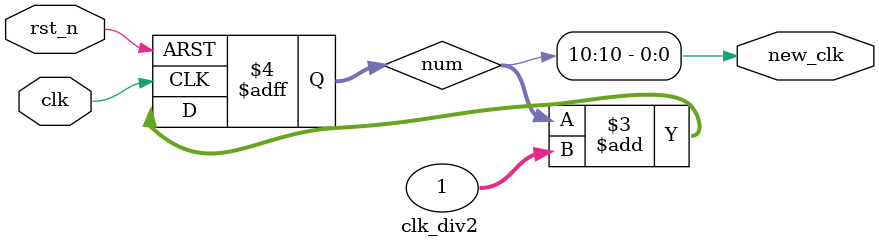
<source format=v>
module clk_div2(new_clk, clk, rst_n);
	output new_clk;
	input clk, rst_n;
	reg [31:0] num;
	always @(posedge clk or negedge rst_n) begin
		if (!rst_n) num <= 0;
		else num <= num+1;
	end
	assign new_clk = num[10] ;
endmodule

</source>
